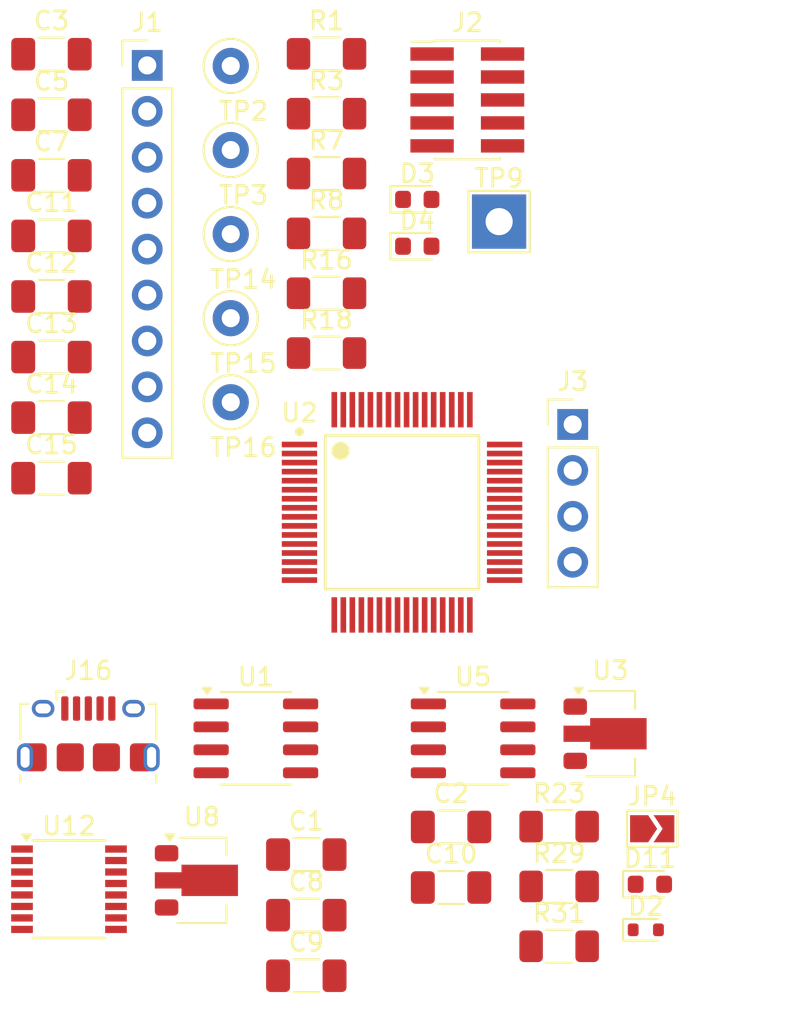
<source format=kicad_pcb>
(kicad_pcb (version 20241229) (generator "pcbnew") (generator_version "9.0")
  (layers (0 "F.Cu" signal) (2 "B.Cu" signal) (13 "F.Paste" user) (15 "B.Paste" user) (5 "F.SilkS" user "F.Silkscreen") (7 "B.SilkS" user "B.Silkscreen") (1 "F.Mask" user) (3 "B.Mask" user) (25 "Edge.Cuts" user))
  (net 0 "")
  (net 1 "Net-(J16-GND)")
  (net 2 "Net-(J16-VBUS)")
  (net 3 "Net-(JP4-A)")
  (net 4 "/GLV CAN TRX/-GLV")
  (net 5 "GND")
  (net 6 "RST_N")
  (net 7 "Net-(U2-VCORE)")
  (net 8 "VDD")
  (net 9 "Net-(U1-VCC1)")
  (net 10 "Net-(D2-K)")
  (net 11 "/GLV CAN TRX/CAN_VDD")
  (net 12 "Net-(D3-A)")
  (net 13 "Net-(D4-A)")
  (net 14 "Net-(D11-A)")
  (net 15 "PA19_SWDIO")
  (net 16 "PA20_SWCLK")
  (net 17 "onboard 3.3v src")
  (net 19 "PA11_UART0-RX_XDS")
  (net 20 "PA10_UART0-TX_XDS")
  (net 21 "/XDS_5v_supply")
  (net 22 "/XDS_TDO_SWO")
  (net 23 "/XDS_TDI")
  (net 24 "/XDS_VCC")
  (net 25 "/GLV CAN TRX/CAN_H")
  (net 26 "/GLV CAN TRX/CAN_L")
  (net 33 "Net-(J16-D+)")
  (net 37 "Net-(J16-D-)")
  (net 38 "/GLV CAN TRX/5v")
  (net 39 "PA14")
  (net 40 "Net-(U2-PA2_ROSC)")
  (net 41 "PA15_I2C1_SCL")
  (net 42 "PA16_I2C1_SDA")
  (net 43 "Net-(U10-STBY)")
  (net 44 "Net-(U10-TXD)")
  (net 45 "Net-(U2-PB12)")
  (net 46 "Net-(U1-INB)")
  (net 47 "Net-(U1-OUTA)")
  (net 58 "PA21_A1_7_VREF-")
  (net 65 "PA18")
  (net 66 "PA13_CAN_RX")
  (net 82 "PA9_UART0-CTS")
  (net 83 "PA12_CAN_TX")
  (net 85 "PA8_UART0-RTS")
  (net 99 "Net-(U10-RXD)")
  (footprint "Package_SO:SOIC-8_3.9x4.9mm_P1.27mm" (layer "F.Cu") (at 161.715 78.2)
    (property "Reference" "U1" (at 0 -3.4 0) (layer "F.SilkS"))
    (property "Value" "ISO7721D")
    (fp_line (start 0 -2.56) (end -1.95 -2.56) (stroke (width 0.12)) (layer "F.SilkS"))
    (fp_line (start 0 -2.56) (end 1.95 -2.56) (stroke (width 0.12)) (layer "F.SilkS"))
    (fp_line (start 0 2.56) (end -1.95 2.56) (stroke (width 0.12)) (layer "F.SilkS"))
    (fp_line (start 0 2.56) (end 1.95 2.56) (stroke (width 0.12)) (layer "F.SilkS"))
    (fp_poly (pts (xy -2.7 -2.465) (xy -2.94 -2.795) (xy -2.46 -2.795)) (stroke (width 0.12)) (fill yes) (layer "F.SilkS"))
    (pad "1" smd roundrect (at -2.475 -1.905) (size 1.95 0.6) (layers "F.Cu" "F.Mask" "F.Paste") (net 9 "Net-(U1-VCC1)"))
    (pad "2" smd roundrect (at -2.475 -0.635) (size 1.95 0.6) (layers "F.Cu" "F.Mask" "F.Paste") (net 47 "Net-(U1-OUTA)"))
    (pad "3" smd roundrect (at -2.475 0.635) (size 1.95 0.6) (layers "F.Cu" "F.Mask" "F.Paste") (net 46 "Net-(U1-INB)"))
    (pad "4" smd roundrect (at -2.475 1.905) (size 1.95 0.6) (layers "F.Cu" "F.Mask" "F.Paste") (net 1 "Net-(J16-GND)"))
    (pad "5" smd roundrect (at 2.475 1.905) (size 1.95 0.6) (layers "F.Cu" "F.Mask" "F.Paste") (net 5 "GND"))
    (pad "6" smd roundrect (at 2.475 0.635) (size 1.95 0.6) (layers "F.Cu" "F.Mask" "F.Paste") (net 19 "PA11_UART0-RX_XDS"))
    (pad "7" smd roundrect (at 2.475 -0.635) (size 1.95 0.6) (layers "F.Cu" "F.Mask" "F.Paste") (net 20 "PA10_UART0-TX_XDS"))
    (pad "8" smd roundrect (at 2.475 -1.905) (size 1.95 0.6) (layers "F.Cu" "F.Mask" "F.Paste") (net 8 "VDD"))
  )
  (footprint "Resistor_SMD:R_1206_3216Metric_Pad1.30x1.75mm_HandSolder" (layer "F.Cu") (at 178.495 89.7)
    (property "Reference" "R31" (at 0 -1.83 0) (layer "F.SilkS"))
    (property "Value" "750")
    (fp_line (start -0.727064 -0.91) (end 0.727064 -0.91) (stroke (width 0.12)) (layer "F.SilkS"))
    (fp_line (start -0.727064 0.91) (end 0.727064 0.91) (stroke (width 0.12)) (layer "F.SilkS"))
    (pad "1" smd roundrect (at -1.55 0) (size 1.3 1.75) (layers "F.Cu" "F.Mask" "F.Paste") (roundrect_rratio 0.192308) (net 3 "Net-(JP4-A)"))
    (pad "2" smd roundrect (at 1.55 0) (size 1.3 1.75) (layers "F.Cu" "F.Mask" "F.Paste") (roundrect_rratio 0.192308) (net 14 "Net-(D11-A)"))
  )
  (footprint "Resistor_SMD:R_1206_3216Metric_Pad1.30x1.75mm_HandSolder" (layer "F.Cu") (at 178.495 83.08)
    (property "Reference" "R23" (at 0 -1.83 0) (layer "F.SilkS"))
    (property "Value" "49.9k")
    (fp_line (start -0.727064 -0.91) (end 0.727064 -0.91) (stroke (width 0.12)) (layer "F.SilkS"))
    (fp_line (start -0.727064 0.91) (end 0.727064 0.91) (stroke (width 0.12)) (layer "F.SilkS"))
    (pad "1" smd roundrect (at -1.55 0) (size 1.3 1.75) (layers "F.Cu" "F.Mask" "F.Paste") (roundrect_rratio 0.192308) (net 4 "/GLV CAN TRX/-GLV"))
    (pad "2" smd roundrect (at 1.55 0) (size 1.3 1.75) (layers "F.Cu" "F.Mask" "F.Paste") (roundrect_rratio 0.192308) (net 43 "Net-(U10-STBY)"))
  )
  (footprint "Resistor_SMD:R_1206_3216Metric_Pad1.30x1.75mm_HandSolder" (layer "F.Cu") (at 165.625 56.89)
    (property "Reference" "R18" (at 0 -1.83 0) (layer "F.SilkS"))
    (property "Value" "4.99k")
    (fp_line (start -0.727064 -0.91) (end 0.727064 -0.91) (stroke (width 0.12)) (layer "F.SilkS"))
    (fp_line (start -0.727064 0.91) (end 0.727064 0.91) (stroke (width 0.12)) (layer "F.SilkS"))
    (pad "1" smd roundrect (at -1.55 0) (size 1.3 1.75) (layers "F.Cu" "F.Mask" "F.Paste") (roundrect_rratio 0.192308) (net 8 "VDD"))
    (pad "2" smd roundrect (at 1.55 0) (size 1.3 1.75) (layers "F.Cu" "F.Mask" "F.Paste") (roundrect_rratio 0.192308) (net 42 "PA16_I2C1_SDA"))
  )
  (footprint "Package_SO:SOIC-8_3.9x4.9mm_P1.27mm" (layer "F.Cu") (at 173.735 78.2)
    (property "Reference" "U5" (at 0 -3.4 0) (layer "F.SilkS"))
    (property "Value" "ISO7721D")
    (fp_line (start 0 -2.56) (end -1.95 -2.56) (stroke (width 0.12)) (layer "F.SilkS"))
    (fp_line (start 0 -2.56) (end 1.95 -2.56) (stroke (width 0.12)) (layer "F.SilkS"))
    (fp_line (start 0 2.56) (end -1.95 2.56) (stroke (width 0.12)) (layer "F.SilkS"))
    (fp_line (start 0 2.56) (end 1.95 2.56) (stroke (width 0.12)) (layer "F.SilkS"))
    (fp_poly (pts (xy -2.7 -2.465) (xy -2.94 -2.795) (xy -2.46 -2.795)) (stroke (width 0.12)) (fill yes) (layer "F.SilkS"))
    (pad "1" smd roundrect (at -2.475 -1.905) (size 1.95 0.6) (layers "F.Cu" "F.Mask" "F.Paste") (net 38 "/GLV CAN TRX/5v"))
    (pad "2" smd roundrect (at -2.475 -0.635) (size 1.95 0.6) (layers "F.Cu" "F.Mask" "F.Paste") (net 44 "Net-(U10-TXD)"))
    (pad "3" smd roundrect (at -2.475 0.635) (size 1.95 0.6) (layers "F.Cu" "F.Mask" "F.Paste") (net 99 "Net-(U10-RXD)"))
    (pad "4" smd roundrect (at -2.475 1.905) (size 1.95 0.6) (layers "F.Cu" "F.Mask" "F.Paste") (net 4 "/GLV CAN TRX/-GLV"))
    (pad "5" smd roundrect (at 2.475 1.905) (size 1.95 0.6) (layers "F.Cu" "F.Mask" "F.Paste") (net 5 "GND"))
    (pad "6" smd roundrect (at 2.475 0.635) (size 1.95 0.6) (layers "F.Cu" "F.Mask" "F.Paste") (net 66 "PA13_CAN_RX"))
    (pad "7" smd roundrect (at 2.475 -0.635) (size 1.95 0.6) (layers "F.Cu" "F.Mask" "F.Paste") (net 83 "PA12_CAN_TX"))
    (pad "8" smd roundrect (at 2.475 -1.905) (size 1.95 0.6) (layers "F.Cu" "F.Mask" "F.Paste") (net 8 "VDD"))
  )
  (footprint "Capacitor_SMD:C_1206_3216Metric_Pad1.33x1.80mm_HandSolder" (layer "F.Cu") (at 164.505 84.63)
    (property "Reference" "C1" (at 0 -1.85 0) (layer "F.SilkS"))
    (property "Value" "10u")
    (fp_line (start -0.711252 -0.91) (end 0.711252 -0.91) (stroke (width 0.12)) (layer "F.SilkS"))
    (fp_line (start -0.711252 0.91) (end 0.711252 0.91) (stroke (width 0.12)) (layer "F.SilkS"))
    (pad "1" smd roundrect (at -1.5625 0) (size 1.325 1.8) (layers "F.Cu" "F.Mask" "F.Paste") (roundrect_rratio 0.188679) (net 2 "Net-(J16-VBUS)"))
    (pad "2" smd roundrect (at 1.5625 0) (size 1.325 1.8) (layers "F.Cu" "F.Mask" "F.Paste") (roundrect_rratio 0.188679) (net 1 "Net-(J16-GND)"))
  )
  (footprint "LED_SMD:LED_0603_1608Metric" (layer "F.Cu") (at 170.645 48.39)
    (property "Reference" "D3" (at 0 -1.43 0) (layer "F.SilkS"))
    (property "Value" "LED")
    (fp_line (start -1.485 -0.735) (end -1.485 0.735) (stroke (width 0.12)) (layer "F.SilkS"))
    (fp_line (start -1.485 0.735) (end 0.8 0.735) (stroke (width 0.12)) (layer "F.SilkS"))
    (fp_line (start 0.8 -0.735) (end -1.485 -0.735) (stroke (width 0.12)) (layer "F.SilkS"))
    (pad "1" smd roundrect (at -0.7875 0) (size 0.875 0.95) (layers "F.Cu" "F.Mask" "F.Paste") (net 5 "GND"))
    (pad "2" smd roundrect (at 0.7875 0) (size 0.875 0.95) (layers "F.Cu" "F.Mask" "F.Paste") (net 12 "Net-(D3-A)"))
  )
  (footprint "Capacitor_SMD:C_1206_3216Metric_Pad1.33x1.80mm_HandSolder" (layer "F.Cu") (at 172.515 86.45)
    (property "Reference" "C10" (at 0 -1.85 0) (layer "F.SilkS"))
    (property "Value" "10u")
    (fp_line (start -0.711252 -0.91) (end 0.711252 -0.91) (stroke (width 0.12)) (layer "F.SilkS"))
    (fp_line (start -0.711252 0.91) (end 0.711252 0.91) (stroke (width 0.12)) (layer "F.SilkS"))
    (pad "1" smd roundrect (at -1.5625 0) (size 1.325 1.8) (layers "F.Cu" "F.Mask" "F.Paste") (roundrect_rratio 0.188679) (net 10 "Net-(D2-K)"))
    (pad "2" smd roundrect (at 1.5625 0) (size 1.325 1.8) (layers "F.Cu" "F.Mask" "F.Paste") (roundrect_rratio 0.188679) (net 4 "/GLV CAN TRX/-GLV"))
  )
  (footprint "Resistor_SMD:R_1206_3216Metric_Pad1.30x1.75mm_HandSolder" (layer "F.Cu") (at 165.625 46.96)
    (property "Reference" "R7" (at 0 -1.83 0) (layer "F.SilkS"))
    (property "Value" "49.9k")
    (fp_line (start -0.727064 -0.91) (end 0.727064 -0.91) (stroke (width 0.12)) (layer "F.SilkS"))
    (fp_line (start -0.727064 0.91) (end 0.727064 0.91) (stroke (width 0.12)) (layer "F.SilkS"))
    (pad "1" smd roundrect (at -1.55 0) (size 1.3 1.75) (layers "F.Cu" "F.Mask" "F.Paste") (roundrect_rratio 0.192308) (net 8 "VDD"))
    (pad "2" smd roundrect (at 1.55 0) (size 1.3 1.75) (layers "F.Cu" "F.Mask" "F.Paste") (roundrect_rratio 0.192308) (net 6 "RST_N"))
  )
  (footprint "Capacitor_SMD:C_1206_3216Metric_Pad1.33x1.80mm_HandSolder" (layer "F.Cu") (at 172.515 83.1)
    (property "Reference" "C2" (at 0 -1.85 0) (layer "F.SilkS"))
    (property "Value" "10u")
    (fp_line (start -0.711252 -0.91) (end 0.711252 -0.91) (stroke (width 0.12)) (layer "F.SilkS"))
    (fp_line (start -0.711252 0.91) (end 0.711252 0.91) (stroke (width 0.12)) (layer "F.SilkS"))
    (pad "1" smd roundrect (at -1.5625 0) (size 1.325 1.8) (layers "F.Cu" "F.Mask" "F.Paste") (roundrect_rratio 0.188679) (net 3 "Net-(JP4-A)"))
    (pad "2" smd roundrect (at 1.5625 0) (size 1.325 1.8) (layers "F.Cu" "F.Mask" "F.Paste") (roundrect_rratio 0.188679) (net 4 "/GLV CAN TRX/-GLV"))
  )
  (footprint "TestPoint:TestPoint_Loop_D2.50mm_Drill1.0mm_LowProfile" (layer "F.Cu") (at 160.325 50.31)
    (property "Reference" "TP14" (at 0.7 2.5 0) (layer "F.SilkS"))
    (property "Value" "TestPoint")
    (fp_circle (center 0 0) (end 1.5 0) (stroke (width 0.12)) (fill no) (layer "F.SilkS"))
    (pad "1" thru_hole circle (at 0 0) (size 2 2) (drill 1) (layers "*.Cu" "*.Mask") (net 5 "GND"))
  )
  (footprint "LED_SMD:LED_0603_1608Metric" (layer "F.Cu") (at 170.645 50.98)
    (property "Reference" "D4" (at 0 -1.43 0) (layer "F.SilkS"))
    (property "Value" "LED")
    (fp_line (start -1.485 -0.735) (end -1.485 0.735) (stroke (width 0.12)) (layer "F.SilkS"))
    (fp_line (start -1.485 0.735) (end 0.8 0.735) (stroke (width 0.12)) (layer "F.SilkS"))
    (fp_line (start 0.8 -0.735) (end -1.485 -0.735) (stroke (width 0.12)) (layer "F.SilkS"))
    (pad "1" smd roundrect (at -0.7875 0) (size 0.875 0.95) (layers "F.Cu" "F.Mask" "F.Paste") (net 5 "GND"))
    (pad "2" smd roundrect (at 0.7875 0) (size 0.875 0.95) (layers "F.Cu" "F.Mask" "F.Paste") (net 13 "Net-(D4-A)"))
  )
  (footprint "Capacitor_SMD:C_1206_3216Metric_Pad1.33x1.80mm_HandSolder" (layer "F.Cu") (at 150.405 60.46)
    (property "Reference" "C14" (at 0 -1.85 0) (layer "F.SilkS"))
    (property "Value" "10u")
    (fp_line (start -0.711252 -0.91) (end 0.711252 -0.91) (stroke (width 0.12)) (layer "F.SilkS"))
    (fp_line (start -0.711252 0.91) (end 0.711252 0.91) (stroke (width 0.12)) (layer "F.SilkS"))
    (pad "1" smd roundrect (at -1.5625 0) (size 1.325 1.8) (layers "F.Cu" "F.Mask" "F.Paste") (roundrect_rratio 0.188679) (net 8 "VDD"))
    (pad "2" smd roundrect (at 1.5625 0) (size 1.325 1.8) (layers "F.Cu" "F.Mask" "F.Paste") (roundrect_rratio 0.188679) (net 5 "GND"))
  )
  (footprint "Capacitor_SMD:C_1206_3216Metric_Pad1.33x1.80mm_HandSolder" (layer "F.Cu") (at 150.405 57.11)
    (property "Reference" "C13" (at 0 -1.85 0) (layer "F.SilkS"))
    (property "Value" "220n")
    (fp_line (start -0.711252 -0.91) (end 0.711252 -0.91) (stroke (width 0.12)) (layer "F.SilkS"))
    (fp_line (start -0.711252 0.91) (end 0.711252 0.91) (stroke (width 0.12)) (layer "F.SilkS"))
    (pad "1" smd roundrect (at -1.5625 0) (size 1.325 1.8) (layers "F.Cu" "F.Mask" "F.Paste") (roundrect_rratio 0.188679) (net 8 "VDD"))
    (pad "2" smd roundrect (at 1.5625 0) (size 1.325 1.8) (layers "F.Cu" "F.Mask" "F.Paste") (roundrect_rratio 0.188679) (net 5 "GND"))
  )
  (footprint "Capacitor_SMD:C_1206_3216Metric_Pad1.33x1.80mm_HandSolder" (layer "F.Cu") (at 150.405 40.36)
    (property "Reference" "C3" (at 0 -1.85 0) (layer "F.SilkS"))
    (property "Value" "100n")
    (fp_line (start -0.711252 -0.91) (end 0.711252 -0.91) (stroke (width 0.12)) (layer "F.SilkS"))
    (fp_line (start -0.711252 0.91) (end 0.711252 0.91) (stroke (width 0.12)) (layer "F.SilkS"))
    (pad "1" smd roundrect (at -1.5625 0) (size 1.325 1.8) (layers "F.Cu" "F.Mask" "F.Paste") (roundrect_rratio 0.188679) (net 6 "RST_N"))
    (pad "2" smd roundrect (at 1.5625 0) (size 1.325 1.8) (layers "F.Cu" "F.Mask" "F.Paste") (roundrect_rratio 0.188679) (net 5 "GND"))
  )
  (footprint "zzLocalLibraries-Footprints:MSPM0G3507-64-IPC_A" (layer "F.Cu") (at 169.803101 65.698101)
    (property "Reference" "U2" (at -5.675483 -5.5 0) (layer "F.SilkS"))
    (property "Value" "MCU-MSM0G3507SPM")
    (fp_line (start -4.249999 -4.249999) (end 4.249999 -4.249999) (stroke (width 0.15)) (layer "F.SilkS"))
    (fp_line (start -4.249999 4.249999) (end -4.249999 -4.249999) (stroke (width 0.15)) (layer "F.SilkS"))
    (fp_line (start -4.249999 4.249999) (end 4.249999 4.249999) (stroke (width 0.15)) (layer "F.SilkS"))
    (fp_line (start 4.249999 4.249999) (end 4.249999 -4.249999) (stroke (width 0.15)) (layer "F.SilkS"))
    (fp_circle (center -5.675483 -4.460001) (end -5.550482 -4.460001) (stroke (width 0.25)) (fill no) (layer "F.SilkS"))
    (fp_circle (center -3.400001 -3.400001) (end -3.150001 -3.400001) (stroke (width 0.5)) (fill no) (layer "F.SilkS"))
    (pad "1" smd rect (at -5.675483 -3.75 90) (size 0.312473 1.955236) (layers "F.Cu" "F.Mask" "F.Paste"))
    (pad "2" smd rect (at -5.675483 -3.250001 90) (size 0.312473 1.955236) (layers "F.Cu" "F.Mask" "F.Paste"))
    (pad "3" smd rect (at -5.675483 -2.75 90) (size 0.312473 1.955236) (layers "F.Cu" "F.Mask" "F.Paste"))
    (pad "4" smd rect (at -5.675483 -2.250001 90) (size 0.312473 1.955236) (layers "F.Cu" "F.Mask" "F.Paste"))
    (pad "5" smd rect (at -5.675483 -1.749999 90) (size 0.312473 1.955236) (layers "F.Cu" "F.Mask" "F.Paste") (net 83 "PA12_CAN_TX"))
    (pad "6" smd rect (at -5.675483 -1.25 90) (size 0.312473 1.955236) (layers "F.Cu" "F.Mask" "F.Paste") (net 66 "PA13_CAN_RX"))
    (pad "7" smd rect (at -5.675483 -0.750001 90) (size 0.312473 1.955236) (layers "F.Cu" "F.Mask" "F.Paste") (net 39 "PA14"))
    (pad "8" smd rect (at -5.675483 -0.25 90) (size 0.312473 1.955236) (layers "F.Cu" "F.Mask" "F.Paste") (net 41 "PA15_I2C1_SCL"))
    (pad "9" smd rect (at -5.675483 0.25 90) (size 0.312473 1.955236) (layers "F.Cu" "F.Mask" "F.Paste") (net 42 "PA16_I2C1_SDA"))
    (pad "10" smd rect (at -5.675483 0.750001 90) (size 0.312473 1.955236) (layers "F.Cu" "F.Mask" "F.Paste"))
    (pad "11" smd rect (at -5.675483 1.25 90) (size 0.312473 1.955236) (layers "F.Cu" "F.Mask" "F.Paste") (net 65 "PA18"))
    (pad "12" smd rect (at -5.675483 1.749999 90) (size 0.312473 1.955236) (layers "F.Cu" "F.Mask" "F.Paste") (net 15 "PA19_SWDIO"))
    (pad "13" smd rect (at -5.675483 2.250001 90) (size 0.312473 1.955236) (layers "F.Cu" "F.Mask" "F.Paste") (net 16 "PA20_SWCLK"))
    (pad "14" smd rect (at -5.675483 2.75 90) (size 0.312473 1.955236) (layers "F.Cu" "F.Mask" "F.Paste"))
    (pad "15" smd rect (at -5.675483 3.250001 90) (size 0.312473 1.955236) (layers "F.Cu" "F.Mask" "F.Paste"))
    (pad "16" smd rect (at -5.675483 3.75 90) (size 0.312473 1.955236) (layers "F.Cu" "F.Mask" "F.Paste"))
    (pad "17" smd rect (at -3.75 5.675483) (size 0.312473 1.955236) (layers "F.Cu" "F.Mask" "F.Paste") (net 58 "PA21_A1_7_VREF-"))
    (pad "18" smd rect (at -3.250001 5.675483) (size 0.312473 1.955236) (layers "F.Cu" "F.Mask" "F.Paste"))
    (pad "19" smd rect (at -2.75 5.675483) (size 0.312473 1.955236) (layers "F.Cu" "F.Mask" "F.Paste"))
    (pad "20" smd rect (at -2.250001 5.675483) (size 0.312473 1.955236) (layers "F.Cu" "F.Mask" "F.Paste"))
    (pad "21" smd rect (at -1.749999 5.675483) (size 0.312473 1.955236) (layers "F.Cu" "F.Mask" "F.Paste"))
    (pad "22" smd rect (at -1.25 5.675483) (size 0.312473 1.955236) (layers "F.Cu" "F.Mask" "F.Paste"))
    (pad "23" smd rect (at -0.750001 5.675483) (size 0.312473 1.955236) (layers "F.Cu" "F.Mask" "F.Paste"))
    (pad "24" smd rect (at -0.25 5.675483) (size 0.312473 1.955236) (layers "F.Cu" "F.Mask" "F.Paste"))
    (pad "25" smd rect (at 0.25 5.675483) (size 0.312473 1.955236) (layers "F.Cu" "F.Mask" "F.Paste"))
    (pad "26" smd rect (at 0.750001 5.675483) (size 0.312473 1.955236) (layers "F.Cu" "F.Mask" "F.Paste"))
    (pad "27" smd rect (at 1.25 5.675483) (size 0.312473 1.955236) (layers "F.Cu" "F.Mask" "F.Paste"))
    (pad "28" smd rect (at 1.749999 5.675483) (size 0.312473 1.955236) (layers "F.Cu" "F.Mask" "F.Paste"))
    (pad "29" smd rect (at 2.250001 5.675483) (size 0.312473 1.955236) (layers "F.Cu" "F.Mask" "F.Paste"))
    (pad "30" smd rect (at 2.75 5.675483) (size 0.312473 1.955236) (layers "F.Cu" "F.Mask" "F.Paste"))
    (pad "31" smd rect (at 3.250001 5.675483) (size 0.312473 1.955236) (layers "F.Cu" "F.Mask" "F.Paste"))
    (pad "32" smd rect (at 3.75 5.675483) (size 0.312473 1.955236) (layers "F.Cu" "F.Mask" "F.Paste") (net 7 "Net-(U2-VCORE)"))
    (pad "33" smd rect (at 5.675483 3.75 90) (size 0.312473 1.955236) (layers "F.Cu" "F.Mask" "F.Paste"))
    (pad "34" smd rect (at 5.675483 3.250001 90) (size 0.312473 1.955236) (layers "F.Cu" "F.Mask" "F.Paste"))
    (pad "35" smd rect (at 5.675483 2.75 90) (size 0.312473 1.955236) (layers "F.Cu" "F.Mask" "F.Paste"))
    (pad "36" smd rect (at 5.675483 2.250001 90) (size 0.312473 1.955236) (layers "F.Cu" "F.Mask" "F.Paste"))
    (pad "37" smd rect (at 5.675483 1.749999 90) (size 0.312473 1.955236) (layers "F.Cu" "F.Mask" "F.Paste"))
    (pad "38" smd rect (at 5.675483 1.25 90) (size 0.312473 1.955236) (layers "F.Cu" "F.Mask" "F.Paste") (net 6 "RST_N"))
    (pad "39" smd rect (at 5.675483 0.750001 90) (size 0.312473 1.955236) (layers "F.Cu" "F.Mask" "F.Paste"))
    (pad "40" smd rect (at 5.675483 0.25 90) (size 0.312473 1.955236) (layers "F.Cu" "F.Mask" "F.Paste") (net 8 "VDD"))
    (pad "41" smd rect (at 5.675483 -0.25 90) (size 0.312473 1.955236) (layers "F.Cu" "F.Mask" "F.Paste") (net 5 "GND"))
    (pad "42" smd rect (at 5.675483 -0.750001 90) (size 0.312473 1.955236) (layers "F.Cu" "F.Mask" "F.Paste") (net 40 "Net-(U2-PA2_ROSC)"))
    (pad "43" smd rect (at 5.675483 -1.25 90) (size 0.312473 1.955236) (layers "F.Cu" "F.Mask" "F.Paste"))
    (pad "44" smd rect (at 5.675483 -1.749999 90) (size 0.312473 1.955236) (layers "F.Cu" "F.Mask" "F.Paste"))
    (pad "45" smd rect (at 5.675483 -2.250001 90) (size 0.312473 1.955236) (layers "F.Cu" "F.Mask" "F.Paste"))
    (pad "46" smd rect (at 5.675483 -2.75 90) (size 0.312473 1.955236) (layers "F.Cu" "F.Mask" "F.Paste"))
    (pad "47" smd rect (at 5.675483 -3.250001 90) (size 0.312473 1.955236) (layers "F.Cu" "F.Mask" "F.Paste"))
    (pad "48" smd rect (at 5.675483 -3.75 90) (size 0.312473 1.955236) (layers "F.Cu" "F.Mask" "F.Paste"))
    (pad "49" smd rect (at 3.75 -5.675483) (size 0.312473 1.955236) (layers "F.Cu" "F.Mask" "F.Paste"))
    (pad "50" smd rect (at 3.250001 -5.675483) (size 0.312473 1.955236) (layers "F.Cu" "F.Mask" "F.Paste"))
    (pad "51" smd rect (at 2.75 -5.675483) (size 0.312473 1.955236) (layers "F.Cu" "F.Mask" "F.Paste"))
    (pad "52" smd rect (at 2.250001 -5.675483) (size 0.312473 1.955236) (layers "F.Cu" "F.Mask" "F.Paste"))
    (pad "53" smd rect (at 1.749999 -5.675483) (size 0.312473 1.955236) (layers "F.Cu" "F.Mask" "F.Paste"))
    (pad "54" smd rect (at 1.25 -5.675483) (size 0.312473 1.955236) (layers "F.Cu" "F.Mask" "F.Paste") (net 85 "PA8_UART0-RTS"))
    (pad "55" smd rect (at 0.750001 -5.675483) (size 0.312473 1.955236) (layers "F.Cu" "F.Mask" "F.Paste") (net 82 "PA9_UART0-CTS"))
    (pad "56" smd rect (at 0.25 -5.675483) (size 0.312473 1.955236) (layers "F.Cu" "F.Mask" "F.Paste") (net 20 "PA10_UART0-TX_XDS"))
    (pad "57" smd rect (at -0.25 -5.675483) (size 0.312473 1.955236) (layers "F.Cu" "F.Mask" "F.Paste") (net 19 "PA11_UART0-RX_XDS"))
    (pad "58" smd rect (at -0.750001 -5.675483) (size 0.312473 1.955236) (layers "F.Cu" "F.Mask" "F.Paste"))
    (pad "59" smd rect (at -1.25 -5.675483) (size 0.312473 1.955236) (layers "F.Cu" "F.Mask" "F.Paste"))
    (pad "60" smd rect (at -1.749999 -5.675483) (size 0.312473 1.955236) (layers "F.Cu" "F.Mask" "F.Paste"))
    (pad "61" smd rect (at -2.250001 -5.675483) (size 0.312473 1.955236) (layers "F.Cu" "F.Mask" "F.Paste"))
    (pad "62" smd rect (at -2.75 -5.675483) (size 0.312473 1.955236) (layers "F.Cu" "F.Mask" "F.Paste"))
    (pad "63" smd rect (at -3.250001 -5.675483) (size 0.312473 1.955236) (layers "F.Cu" "F.Mask" "F.Paste"))
    (pad "64" smd rect (at -3.75 -5.675483) (size 0.312473 1.955236) (layers "F.Cu" "F.Mask" "F.Paste") (net 45 "Net-(U2-PB12)"))
  )
  (footprint "LED_SMD:LED_0603_1608Metric" (layer "F.Cu") (at 183.515 86.27)
    (property "Reference" "D11" (at 0 -1.43 0) (layer "F.SilkS"))
    (property "Value" "LED")
    (fp_line (start -1.485 -0.735) (end -1.485 0.735) (stroke (width 0.12)) (layer "F.SilkS"))
    (fp_line (start -1.485 0.735) (end 0.8 0.735) (stroke (width 0.12)) (layer "F.SilkS"))
    (fp_line (start 0.8 -0.735) (end -1.485 -0.735) (stroke (width 0.12)) (layer "F.SilkS"))
    (pad "1" smd roundrect (at -0.7875 0) (size 0.875 0.95) (layers "F.Cu" "F.Mask" "F.Paste") (net 4 "/GLV CAN TRX/-GLV"))
    (pad "2" smd roundrect (at 0.7875 0) (size 0.875 0.95) (layers "F.Cu" "F.Mask" "F.Paste") (net 14 "Net-(D11-A)"))
  )
  (footprint "Resistor_SMD:R_1206_3216Metric_Pad1.30x1.75mm_HandSolder" (layer "F.Cu") (at 165.625 50.27)
    (property "Reference" "R8" (at 0 -1.83 0) (layer "F.SilkS"))
    (property "Value" "100k")
    (fp_line (start -0.727064 -0.91) (end 0.727064 -0.91) (stroke (width 0.12)) (layer "F.SilkS"))
    (fp_line (start -0.727064 0.91) (end 0.727064 0.91) (stroke (width 0.12)) (layer "F.SilkS"))
    (pad "1" smd roundrect (at -1.55 0) (size 1.3 1.75) (layers "F.Cu" "F.Mask" "F.Paste") (roundrect_rratio 0.192308) (net 5 "GND"))
    (pad "2" smd roundrect (at 1.55 0) (size 1.3 1.75) (layers "F.Cu" "F.Mask" "F.Paste") (roundrect_rratio 0.192308) (net 40 "Net-(U2-PA2_ROSC)"))
  )
  (footprint "Capacitor_SMD:C_1206_3216Metric_Pad1.33x1.80mm_HandSolder" (layer "F.Cu") (at 150.405 63.81)
    (property "Reference" "C15" (at 0 -1.85 0) (layer "F.SilkS"))
    (property "Value" "100n")
    (fp_line (start -0.711252 -0.91) (end 0.711252 -0.91) (stroke (width 0.12)) (layer "F.SilkS"))
    (fp_line (start -0.711252 0.91) (end 0.711252 0.91) (stroke (width 0.12)) (layer "F.SilkS"))
    (pad "1" smd roundrect (at -1.5625 0) (size 1.325 1.8) (layers "F.Cu" "F.Mask" "F.Paste") (roundrect_rratio 0.188679) (net 8 "VDD"))
    (pad "2" smd roundrect (at 1.5625 0) (size 1.325 1.8) (layers "F.Cu" "F.Mask" "F.Paste") (roundrect_rratio 0.188679) (net 5 "GND"))
  )
  (footprint "TestPoint:TestPoint_Loop_D2.50mm_Drill1.0mm_LowProfile" (layer "F.Cu") (at 160.325 59.61)
    (property "Reference" "TP16" (at 0.7 2.5 0) (layer "F.SilkS"))
    (property "Value" "TestPoint")
    (fp_circle (center 0 0) (end 1.5 0) (stroke (width 0.12)) (fill no) (layer "F.SilkS"))
    (pad "1" thru_hole circle (at 0 0) (size 2 2) (drill 1) (layers "*.Cu" "*.Mask") (net 5 "GND"))
  )
  (footprint "TestPoint:TestPoint_THTPad_3.0x3.0mm_Drill1.5mm" (layer "F.Cu") (at 175.175 49.62)
    (property "Reference" "TP9" (at 0 -2.398 0) (layer "F.SilkS"))
    (property "Value" "TestPoint")
    (fp_line (start -1.7 -1.7) (end 1.7 -1.7) (stroke (width 0.12)) (layer "F.SilkS"))
    (fp_line (start -1.7 1.7) (end -1.7 -1.7) (stroke (width 0.12)) (layer "F.SilkS"))
    (fp_line (start 1.7 -1.7) (end 1.7 1.7) (stroke (width 0.12)) (layer "F.SilkS"))
    (fp_line (start 1.7 1.7) (end -1.7 1.7) (stroke (width 0.12)) (layer "F.SilkS"))
    (pad "1" thru_hole rect (at 0 0) (size 3 3) (drill 1.5) (layers "*.Cu" "*.Mask") (net 5 "GND"))
  )
  (footprint "Connector_PinHeader_2.54mm:PinHeader_1x04_P2.54mm_Vertical" (layer "F.Cu") (at 179.245 60.84)
    (property "Reference" "J3" (at 0 -2.38 0) (layer "F.SilkS"))
    (property "Value" "Conn_01x04_Pin")
    (fp_line (start -1.38 -1.38) (end 0 -1.38) (stroke (width 0.12)) (layer "F.SilkS"))
    (fp_line (start -1.38 0) (end -1.38 -1.38) (stroke (width 0.12)) (layer "F.SilkS"))
    (fp_line (start -1.38 1.27) (end -1.38 9) (stroke (width 0.12)) (layer "F.SilkS"))
    (fp_line (start -1.38 1.27) (end 1.38 1.27) (stroke (width 0.12)) (layer "F.SilkS"))
    (fp_line (start -1.38 9) (end 1.38 9) (stroke (width 0.12)) (layer "F.SilkS"))
    (fp_line (start 1.38 1.27) (end 1.38 9) (stroke (width 0.12)) (layer "F.SilkS"))
    (pad "1" thru_hole rect (at 0 0) (size 1.7 1.7) (drill 1) (layers "*.Cu" "*.Mask") (net 26 "/GLV CAN TRX/CAN_L"))
    (pad "2" thru_hole circle (at 0 2.54) (size 1.7 1.7) (drill 1) (layers "*.Cu" "*.Mask") (net 25 "/GLV CAN TRX/CAN_H"))
    (pad "3" thru_hole circle (at 0 5.08) (size 1.7 1.7) (drill 1) (layers "*.Cu" "*.Mask") (net 4 "/GLV CAN TRX/-GLV"))
    (pad "4" thru_hole circle (at 0 7.62) (size 1.7 1.7) (drill 1) (layers "*.Cu" "*.Mask") (net 11 "/GLV CAN TRX/CAN_VDD"))
  )
  (footprint "Connector_PinHeader_2.54mm:PinHeader_1x09_P2.54mm_Vertical" (layer "F.Cu") (at 155.705 40.98)
    (property "Reference" "J1" (at 0 -2.38 0) (layer "F.SilkS"))
    (property "Value" "Conn_01x09_Socket")
    (fp_line (start -1.38 -1.38) (end 0 -1.38) (stroke (width 0.12)) (layer "F.SilkS"))
    (fp_line (start -1.38 0) (end -1.38 -1.38) (stroke (width 0.12)) (layer "F.SilkS"))
    (fp_line (start -1.38 1.27) (end -1.38 21.7) (stroke (width 0.12)) (layer "F.SilkS"))
    (fp_line (start -1.38 1.27) (end 1.38 1.27) (stroke (width 0.12)) (layer "F.SilkS"))
    (fp_line (start -1.38 21.7) (end 1.38 21.7) (stroke (width 0.12)) (layer "F.SilkS"))
    (fp_line (start 1.38 1.27) (end 1.38 21.7) (stroke (width 0.12)) (layer "F.SilkS"))
    (pad "1" thru_hole rect (at 0 0) (size 1.7 1.7) (drill 1) (layers "*.Cu" "*.Mask") (net 5 "GND"))
    (pad "2" thru_hole circle (at 0 2.54) (size 1.7 1.7) (drill 1) (layers "*.Cu" "*.Mask") (net 21 "/XDS_5v_supply"))
    (pad "3" thru_hole circle (at 0 5.08) (size 1.7 1.7) (drill 1) (layers "*.Cu" "*.Mask") (net 17 "onboard 3.3v src"))
    (pad "4" thru_hole circle (at 0 7.62) (size 1.7 1.7) (drill 1) (layers "*.Cu" "*.Mask") (net 19 "PA11_UART0-RX_XDS"))
    (pad "5" thru_hole circle (at 0 10.16) (size 1.7 1.7) (drill 1) (layers "*.Cu" "*.Mask") (net 20 "PA10_UART0-TX_XDS"))
    (pad "6" thru_hole circle (at 0 12.7) (size 1.7 1.7) (drill 1) (layers "*.Cu" "*.Mask") (net 6 "RST_N"))
    (pad "7" thru_hole circle (at 0 15.24) (size 1.7 1.7) (drill 1) (layers "*.Cu" "*.Mask") (net 15 "PA19_SWDIO"))
    (pad "8" thru_hole circle (at 0 17.78) (size 1.7 1.7) (drill 1) (layers "*.Cu" "*.Mask") (net 16 "PA20_SWCLK"))
    (pad "9" thru_hole circle (at 0 20.32) (size 1.7 1.7) (drill 1) (layers "*.Cu" "*.Mask"))
  )
  (footprint "Connector_USB:USB_Micro-B_Amphenol_10118194-0001LF_Horizontal" (layer "F.Cu") (at 152.445 77.95)
    (property "Reference" "J16" (at 0 -3.5 0) (layer "F.SilkS"))
    (property "Value" "USB_B_Micro")
    (fp_line (start -3.76 -1.66) (end -3.34 -1.66) (stroke (width 0.12)) (layer "F.SilkS"))
    (fp_line (start -3.76 0.32) (end -3.76 -1.66) (stroke (width 0.12)) (layer "F.SilkS"))
    (fp_line (start -3.76 2.69) (end -3.76 2.29) (stroke (width 0.12)) (layer "F.SilkS"))
    (fp_line (start -1.76 -1.89) (end -1.76 -2.34) (stroke (width 0.12)) (layer "F.SilkS"))
    (fp_line (start -1.31 -2.34) (end -1.76 -2.34) (stroke (width 0.12)) (layer "F.SilkS"))
    (fp_line (start 3.76 -1.66) (end 3.34 -1.66) (stroke (width 0.12)) (layer "F.SilkS"))
    (fp_line (start 3.76 0.32) (end 3.76 -1.66) (stroke (width 0.12)) (layer "F.SilkS"))
    (fp_line (start 3.76 2.29) (end 3.76 2.69) (stroke (width 0.12)) (layer "F.SilkS"))
    (pad "1" smd roundrect (at -1.3 -1.4) (size 0.4 1.35) (layers "F.Cu" "F.Mask" "F.Paste") (net 2 "Net-(J16-VBUS)"))
    (pad "2" smd roundrect (at -0.65 -1.4) (size 0.4 1.35) (layers "F.Cu" "F.Mask" "F.Paste") (net 37 "Net-(J16-D-)"))
    (pad "3" smd roundrect (at 0 -1.4) (size 0.4 1.35) (layers "F.Cu" "F.Mask" "F.Paste") (net 33 "Net-(J16-D+)"))
    (pad "4" smd roundrect (at 0.65 -1.4) (size 0.4 1.35) (layers "F.Cu" "F.Mask" "F.Paste"))
    (pad "5" smd roundrect (at 1.3 -1.4) (size 0.4 1.35) (layers "F.Cu" "F.Mask" "F.Paste") (net 1 "Net-(J16-GND)"))
    (pad "6" thru_hole oval (at -3.5 1.3) (size 0.89 1.55) (drill oval 0.5 1.15) (property pad_prop_heatsink) (layers "*.Cu" "*.Mask"))
    (pad "6" smd roundrect (at -3.025 1.3) (size 1.45 1.55) (layers "F.Cu" "F.Mask" "F.Paste") (roundrect_rratio 0.1724137931))
    (pad "6" thru_hole oval (at -2.5 -1.4) (size 1.25 0.95) (drill oval 0.85 0.55) (property pad_prop_heatsink) (layers "*.Cu" "*.Mask"))
    (pad "6" smd roundrect (at -1 1.3) (size 1.5 1.55) (layers "F.Cu" "F.Mask" "F.Paste") (roundrect_rratio 0.1666666667))
    (pad "6" smd roundrect (at 1 1.3) (size 1.5 1.55) (layers "F.Cu" "F.Mask" "F.Paste") (roundrect_rratio 0.1666666667))
    (pad "6" thru_hole oval (at 2.5 -1.4) (size 1.25 0.95) (drill oval 0.85 0.55) (property pad_prop_heatsink) (layers "*.Cu" "*.Mask"))
    (pad "6" smd roundrect (at 3.025 1.3) (size 1.45 1.55) (layers "F.Cu" "F.Mask" "F.Paste") (roundrect_rratio 0.1724137931))
    (pad "6" thru_hole oval (at 3.5 1.3) (size 0.89 1.55) (drill oval 0.5 1.15) (property pad_prop_heatsink) (layers "*.Cu" "*.Mask"))
  )
  (footprint "Package_TO_SOT_SMD:SOT-89-3" (layer "F.Cu") (at 181.335 77.945)
    (property "Reference" "U3" (at 0 -3.5 0) (layer "F.SilkS"))
    (property "Value" "L78L05_SOT89")
    (fp_line (start -1.22 -2.36) (end 1.36 -2.36) (stroke (width 0.12)) (layer "F.SilkS"))
    (fp_line (start 1.36 -1.38) (end 1.36 -2.36) (stroke (width 0.12)) (layer "F.SilkS"))
    (fp_line (start 1.36 1.38) (end 1.36 2.36) (stroke (width 0.12)) (layer "F.SilkS"))
    (fp_line (start 1.36 2.36) (end -1.36 2.36) (stroke (width 0.12)) (layer "F.SilkS"))
    (fp_poly (pts (xy -1.77 -2.21) (xy -2.01 -2.54) (xy -1.53 -2.54) (xy -1.77 -2.21)) (stroke (width 0.12)) (fill yes) (layer "F.SilkS"))
    (pad "1" smd roundrect (at -1.95 -1.5) (size 1.3 0.9) (layers "F.Cu" "F.Mask" "F.Paste") (net 3 "Net-(JP4-A)"))
    (pad "2" smd custom (at -1.8625 0) (size 1.475 0.9) (layers "F.Cu" "F.Mask" "F.Paste") (net 4 "/GLV CAN TRX/-GLV") (options (clearance outline) (anchor rect)) (primitives (gr_poly (pts (xy 3.8625 0.8665) (xy 0.7375 0.8665) (xy 0.7375 -0.8665) (xy 3.8625 -0.8665)) (width 0) (fill yes))))
    (pad "3" smd roundrect (at -1.95 1.5) (size 1.3 0.9) (layers "F.Cu" "F.Mask" "F.Paste") (net 10 "Net-(D2-K)"))
  )
  (footprint "Resistor_SMD:R_1206_3216Metric_Pad1.30x1.75mm_HandSolder" (layer "F.Cu") (at 165.625 40.34)
    (property "Reference" "R1" (at 0 -1.83 0) (layer "F.SilkS"))
    (property "Value" "750")
    (fp_line (start -0.727064 -0.91) (end 0.727064 -0.91) (stroke (width 0.12)) (layer "F.SilkS"))
    (fp_line (start -0.727064 0.91) (end 0.727064 0.91) (stroke (width 0.12)) (layer "F.SilkS"))
    (pad "1" smd roundrect (at -1.55 0) (size 1.3 1.75) (layers "F.Cu" "F.Mask" "F.Paste") (roundrect_rratio 0.192308) (net 12 "Net-(D3-A)"))
    (pad "2" smd roundrect (at 1.55 0) (size 1.3 1.75) (layers "F.Cu" "F.Mask" "F.Paste") (roundrect_rratio 0.192308) (net 8 "VDD"))
  )
  (footprint "Jumper:SolderJumper-2_P1.3mm_Open_TrianglePad1.0x1.5mm" (layer "F.Cu") (at 183.645 83.2)
    (property "Reference" "JP4" (at 0 -1.8 0) (layer "F.SilkS"))
    (property "Value" "SolderJumper_2_Open")
    (fp_line (start -1.4 -1) (end 1.4 -1) (stroke (width 0.12)) (layer "F.SilkS"))
    (fp_line (start -1.4 1) (end -1.4 -1) (stroke (width 0.12)) (layer "F.SilkS"))
    (fp_line (start 1.4 -1) (end 1.4 1) (stroke (width 0.12)) (layer "F.SilkS"))
    (fp_line (start 1.4 1) (end -1.4 1) (stroke (width 0.12)) (layer "F.SilkS"))
    (pad "1" smd custom (at -0.725 0) (size 0.3 0.3) (layers "F.Cu" "F.Mask") (net 3 "Net-(JP4-A)") (options (clearance outline) (anchor rect)) (primitives (gr_poly (pts (xy 1 0) (xy 0.5 0.75) (xy -0.5 0.75) (xy -0.5 -0.75) (xy 0.5 -0.75)) (width 0) (fill yes))))
    (pad "2" smd custom (at 0.725 0) (size 0.3 0.3) (layers "F.Cu" "F.Mask") (net 38 "/GLV CAN TRX/5v") (options (clearance outline) (anchor rect)) (primitives (gr_poly (pts (xy 0.5 0.75) (xy -0.65 0.75) (xy -0.15 0) (xy -0.65 -0.75) (xy 0.5 -0.75)) (width 0) (fill yes))))
  )
  (footprint "Capacitor_SMD:C_1206_3216Metric_Pad1.33x1.80mm_HandSolder" (layer "F.Cu") (at 150.405 53.76)
    (property "Reference" "C12" (at 0 -1.85 0) (layer "F.SilkS"))
    (property "Value" "220n")
    (fp_line (start -0.711252 -0.91) (end 0.711252 -0.91) (stroke (width 0.12)) (layer "F.SilkS"))
    (fp_line (start -0.711252 0.91) (end 0.711252 0.91) (stroke (width 0.12)) (layer "F.SilkS"))
    (pad "1" smd roundrect (at -1.5625 0) (size 1.325 1.8) (layers "F.Cu" "F.Mask" "F.Paste") (roundrect_rratio 0.188679) (net 8 "VDD"))
    (pad "2" smd roundrect (at 1.5625 0) (size 1.325 1.8) (layers "F.Cu" "F.Mask" "F.Paste") (roundrect_rratio 0.188679) (net 5 "GND"))
  )
  (footprint "Capacitor_SMD:C_1206_3216Metric_Pad1.33x1.80mm_HandSolder" (layer "F.Cu") (at 150.405 43.71)
    (property "Reference" "C5" (at 0 -1.85 0) (layer "F.SilkS"))
    (property "Value" "220n")
    (fp_line (start -0.711252 -0.91) (end 0.711252 -0.91) (stroke (width 0.12)) (layer "F.SilkS"))
    (fp_line (start -0.711252 0.91) (end 0.711252 0.91) (stroke (width 0.12)) (layer "F.SilkS"))
    (pad "1" smd roundrect (at -1.5625 0) (size 1.325 1.8) (layers "F.Cu" "F.Mask" "F.Paste") (roundrect_rratio 0.188679) (net 7 "Net-(U2-VCORE)"))
    (pad "2" smd roundrect (at 1.5625 0) (size 1.325 1.8) (layers "F.Cu" "F.Mask" "F.Paste") (roundrect_rratio 0.188679) (net 5 "GND"))
  )
  (footprint "Connector_PinHeader_1.27mm:PinHeader_2x05_P1.27mm_Vertical_SMD" (layer "F.Cu") (at 173.415 42.89)
    (property "Reference" "J2" (at 0 -4.285 0) (layer "F.SilkS"))
    (property "Value" "Conn_02x05_Odd_Even")
    (fp_line (start -3.09 -3.22) (end -1.815 -3.22) (stroke (width 0.12)) (layer "F.SilkS"))
    (fp_line (start -1.815 -3.285) (end -1.815 -3.22) (stroke (width 0.12)) (layer "F.SilkS"))
    (fp_line (start -1.815 -3.285) (end 1.815 -3.285) (stroke (width 0.12)) (layer "F.SilkS"))
    (fp_line (start -1.815 3.22) (end -1.815 3.285) (stroke (width 0.12)) (layer "F.SilkS"))
    (fp_line (start -1.815 3.285) (end 1.815 3.285) (stroke (width 0.12)) (layer "F.SilkS"))
    (fp_line (start 1.815 -3.285) (end 1.815 -3.22) (stroke (width 0.12)) (layer "F.SilkS"))
    (fp_line (start 1.815 3.22) (end 1.815 3.285) (stroke (width 0.12)) (layer "F.SilkS"))
    (pad "1" smd rect (at -1.95 -2.54) (size 2.4 0.74) (layers "F.Cu" "F.Mask" "F.Paste") (net 24 "/XDS_VCC"))
    (pad "2" smd rect (at 1.95 -2.54) (size 2.4 0.74) (layers "F.Cu" "F.Mask" "F.Paste") (net 15 "PA19_SWDIO"))
    (pad "3" smd rect (at -1.95 -1.27) (size 2.4 0.74) (layers "F.Cu" "F.Mask" "F.Paste") (net 5 "GND"))
    (pad "4" smd rect (at 1.95 -1.27) (size 2.4 0.74) (layers "F.Cu" "F.Mask" "F.Paste") (net 16 "PA20_SWCLK"))
    (pad "5" smd rect (at -1.95 0) (size 2.4 0.74) (layers "F.Cu" "F.Mask" "F.Paste") (net 5 "GND"))
    (pad "6" smd rect (at 1.95 0) (size 2.4 0.74) (layers "F.Cu" "F.Mask" "F.Paste") (net 22 "/XDS_TDO_SWO"))
    (pad "7" smd rect (at -1.95 1.27) (size 2.4 0.74) (layers "F.Cu" "F.Mask" "F.Paste") (net 5 "GND"))
    (pad "8" smd rect (at 1.95 1.27) (size 2.4 0.74) (layers "F.Cu" "F.Mask" "F.Paste") (net 23 "/XDS_TDI"))
    (pad "9" smd rect (at -1.95 2.54) (size 2.4 0.74) (layers "F.Cu" "F.Mask" "F.Paste") (net 5 "GND"))
    (pad "10" smd rect (at 1.95 2.54) (size 2.4 0.74) (layers "F.Cu" "F.Mask" "F.Paste") (net 6 "RST_N"))
  )
  (footprint "Capacitor_SMD:C_1206_3216Metric_Pad1.33x1.80mm_HandSolder" (layer "F.Cu") (at 164.505 91.33)
    (property "Reference" "C9" (at 0 -1.85 0) (layer "F.SilkS"))
    (property "Value" "220n")
    (fp_line (start -0.711252 -0.91) (end 0.711252 -0.91) (stroke (width 0.12)) (layer "F.SilkS"))
    (fp_line (start -0.711252 0.91) (end 0.711252 0.91) (stroke (width 0.12)) (layer "F.SilkS"))
    (pad "1" smd roundrect (at -1.5625 0) (size 1.325 1.8) (layers "F.Cu" "F.Mask" "F.Paste") (roundrect_rratio 0.188679) (net 9 "Net-(U1-VCC1)"))
    (pad "2" smd roundrect (at 1.5625 0) (size 1.325 1.8) (layers "F.Cu" "F.Mask" "F.Paste") (roundrect_rratio 0.188679) (net 1 "Net-(J16-GND)"))
  )
  (footprint "TestPoint:TestPoint_Loop_D2.50mm_Drill1.0mm_LowProfile" (layer "F.Cu") (at 160.325 54.96)
    (property "Reference" "TP15" (at 0.7 2.5 0) (layer "F.SilkS"))
    (property "Value" "TestPoint")
    (fp_circle (center 0 0) (end 1.5 0) (stroke (width 0.12)) (fill no) (layer "F.SilkS"))
    (pad "1" thru_hole circle (at 0 0) (size 2 2) (drill 1) (layers "*.Cu" "*.Mask") (net 5 "GND"))
  )
  (footprint "Resistor_SMD:R_1206_3216Metric_Pad1.30x1.75mm_HandSolder" (layer "F.Cu") (at 165.625 53.58)
    (property "Reference" "R16" (at 0 -1.83 0) (layer "F.SilkS"))
    (property "Value" "4.99k")
    (fp_line (start -0.727064 -0.91) (end 0.727064 -0.91) (stroke (width 0.12)) (layer "F.SilkS"))
    (fp_line (start -0.727064 0.91) (end 0.727064 0.91) (stroke (width 0.12)) (layer "F.SilkS"))
    (pad "1" smd roundrect (at -1.55 0) (size 1.3 1.75) (layers "F.Cu" "F.Mask" "F.Paste") (roundrect_rratio 0.192308) (net 41 "PA15_I2C1_SCL"))
    (pad "2" smd roundrect (at 1.55 0) (size 1.3 1.75) (layers "F.Cu" "F.Mask" "F.Paste") (roundrect_rratio 0.192308) (net 8 "VDD"))
  )
  (footprint "Capacitor_SMD:C_1206_3216Metric_Pad1.33x1.80mm_HandSolder" (layer "F.Cu") (at 164.505 87.98)
    (property "Reference" "C8" (at 0 -1.85 0) (layer "F.SilkS"))
    (property "Value" "10u")
    (fp_line (start -0.711252 -0.91) (end 0.711252 -0.91) (stroke (width 0.12)) (layer "F.SilkS"))
    (fp_line (start -0.711252 0.91) (end 0.711252 0.91) (stroke (width 0.12)) (layer "F.SilkS"))
    (pad "1" smd roundrect (at -1.5625 0) (size 1.325 1.8) (layers "F.Cu" "F.Mask" "F.Paste") (roundrect_rratio 0.188679) (net 9 "Net-(U1-VCC1)"))
    (pad "2" smd roundrect (at 1.5625 0) (size 1.325 1.8) (layers "F.Cu" "F.Mask" "F.Paste") (roundrect_rratio 0.188679) (net 1 "Net-(J16-GND)"))
  )
  (footprint "Capacitor_SMD:C_1206_3216Metric_Pad1.33x1.80mm_HandSolder" (layer "F.Cu") (at 150.405 50.41)
    (property "Reference" "C11" (at 0 -1.85 0) (layer "F.SilkS"))
    (property "Value" "220n")
    (fp_line (start -0.711252 -0.91) (end 0.711252 -0.91) (stroke (width 0.12)) (layer "F.SilkS"))
    (fp_line (start -0.711252 0.91) (end 0.711252 0.91) (stroke (width 0.12)) (layer "F.SilkS"))
    (pad "1" smd roundrect (at -1.5625 0) (size 1.325 1.8) (layers "F.Cu" "F.Mask" "F.Paste") (roundrect_rratio 0.188679) (net 7 "Net-(U2-VCORE)"))
    (pad "2" smd roundrect (at 1.5625 0) (size 1.325 1.8) (layers "F.Cu" "F.Mask" "F.Paste") (roundrect_rratio 0.188679) (net 5 "GND"))
  )
  (footprint "Resistor_SMD:R_1206_3216Metric_Pad1.30x1.75mm_HandSolder" (layer "F.Cu") (at 165.625 43.65)
    (property "Reference" "R3" (at 0 -1.83 0) (layer "F.SilkS"))
    (property "Value" "750")
    (fp_line (start -0.727064 -0.91) (end 0.727064 -0.91) (stroke (width 0.12)) (layer "F.SilkS"))
    (fp_line (start -0.727064 0.91) (end 0.727064 0.91) (stroke (width 0.12)) (layer "F.SilkS"))
    (pad "1" smd roundrect (at -1.55 0) (size 1.3 1.75) (layers "F.Cu" "F.Mask" "F.Paste") (roundrect_rratio 0.192308) (net 39 "PA14"))
    (pad "2" smd roundrect (at 1.55 0) (size 1.3 1.75) (layers "F.Cu" "F.Mask" "F.Paste") (roundrect_rratio 0.192308) (net 13 "Net-(D4-A)"))
  )
  (footprint "Capacitor_SMD:C_1206_3216Metric_Pad1.33x1.80mm_HandSolder" (layer "F.Cu") (at 150.405 47.06)
    (property "Reference" "C7" (at 0 -1.85 0) (layer "F.SilkS"))
    (property "Value" "220n")
    (fp_line (start -0.711252 -0.91) (end 0.711252 -0.91) (stroke (width 0.12)) (layer "F.SilkS"))
    (fp_line (start -0.711252 0.91) (end 0.711252 0.91) (stroke (width 0.12)) (layer "F.SilkS"))
    (pad "1" smd roundrect (at -1.5625 0) (size 1.325 1.8) (layers "F.Cu" "F.Mask" "F.Paste") (roundrect_rratio 0.188679) (net 8 "VDD"))
    (pad "2" smd roundrect (at 1.5625 0) (size 1.325 1.8) (layers "F.Cu" "F.Mask" "F.Paste") (roundrect_rratio 0.188679) (net 5 "GND"))
  )
  (footprint "TestPoint:TestPoint_Loop_D2.50mm_Drill1.0mm_LowProfile" (layer "F.Cu") (at 160.325 41.01)
    (property "Reference" "TP2" (at 0.7 2.5 0) (layer "F.SilkS"))
    (property "Value" "TestPoint")
    (fp_circle (center 0 0) (end 1.5 0) (stroke (width 0.12)) (fill no) (layer "F.SilkS"))
    (pad "1" thru_hole circle (at 0 0) (size 2 2) (drill 1) (layers "*.Cu" "*.Mask") (net 45 "Net-(U2-PB12)"))
  )
  (footprint "Package_TO_SOT_SMD:SOT-89-3" (layer "F.Cu") (at 158.725 86.055)
    (property "Reference" "U8" (at 0 -3.5 0) (layer "F.SilkS"))
    (property "Value" "L78L05_SOT89")
    (fp_line (start -1.22 -2.36) (end 1.36 -2.36) (stroke (width 0.12)) (layer "F.SilkS"))
    (fp_line (start 1.36 -1.38) (end 1.36 -2.36) (stroke (width 0.12)) (layer "F.SilkS"))
    (fp_line (start 1.36 1.38) (end 1.36 2.36) (stroke (width 0.12)) (layer "F.SilkS"))
    (fp_line (start 1.36 2.36) (end -1.36 2.36) (stroke (width 0.12)) (layer "F.SilkS"))
    (fp_poly (pts (xy -1.77 -2.21) (xy -2.01 -2.54) (xy -1.53 -2.54) (xy -1.77 -2.21)) (stroke (width 0.12)) (fill yes) (layer "F.SilkS"))
    (pad "1" smd roundrect (at -1.95 -1.5) (size 1.3 0.9) (layers "F.Cu" "F.Mask" "F.Paste") (net 9 "Net-(U1-VCC1)"))
    (pad "2" smd custom (at -1.8625 0) (size 1.475 0.9) (layers "F.Cu" "F.Mask" "F.Paste") (net 1 "Net-(J16-GND)") (options (clearance outline) (anchor rect)) (primitives (gr_poly (pts (xy 3.8625 0.8665) (xy 0.7375 0.8665) (xy 0.7375 -0.8665) (xy 3.8625 -0.8665)) (width 0) (fill yes))))
    (pad "3" smd roundrect (at -1.95 1.5) (size 1.3 0.9) (layers "F.Cu" "F.Mask" "F.Paste") (net 2 "Net-(J16-VBUS)"))
  )
  (footprint "Resistor_SMD:R_1206_3216Metric_Pad1.30x1.75mm_HandSolder" (layer "F.Cu") (at 178.495 86.39)
    (property "Reference" "R29" (at 0 -1.83 0) (layer "F.SilkS"))
    (property "Value" "4.99k")
    (fp_line (start -0.727064 -0.91) (end 0.727064 -0.91) (stroke (width 0.12)) (layer "F.SilkS"))
    (fp_line (start -0.727064 0.91) (end 0.727064 0.91) (stroke (width 0.12)) (layer "F.SilkS"))
    (pad "1" smd roundrect (at -1.55 0) (size 1.3 1.75) (layers "F.Cu" "F.Mask" "F.Paste") (roundrect_rratio 0.192308) (net 44 "Net-(U10-TXD)"))
    (pad "2" smd roundrect (at 1.55 0) (size 1.3 1.75) (layers "F.Cu" "F.Mask" "F.Paste") (roundrect_rratio 0.192308) (net 4 "/GLV CAN TRX/-GLV"))
  )
  (footprint "Diode_SMD:D_SOD-523" (layer "F.Cu") (at 183.29 88.79)
    (property "Reference" "D2" (at 0 -1.3 0) (layer "F.SilkS"))
    (property "Value" "1N4148WT")
    (fp_line (start -1.26 -0.6) (end -1.26 0.6) (stroke (width 0.12)) (layer "F.SilkS"))
    (fp_line (start 0.7 -0.6) (end -1.26 -0.6) (stroke (width 0.12)) (layer "F.SilkS"))
    (fp_line (start 0.7 0.6) (end -1.26 0.6) (stroke (width 0.12)) (layer "F.SilkS"))
    (pad "1" smd roundrect (at -0.7 0 180) (size 0.6 0.7) (layers "F.Cu" "F.Mask" "F.Paste") (net 10 "Net-(D2-K)"))
    (pad "2" smd roundrect (at 0.7 0 180) (size 0.6 0.7) (layers "F.Cu" "F.Mask" "F.Paste") (net 11 "/GLV CAN TRX/CAN_VDD"))
  )
  (footprint "TestPoint:TestPoint_Loop_D2.50mm_Drill1.0mm_LowProfile" (layer "F.Cu") (at 160.325 45.66)
    (property "Reference" "TP3" (at 0.7 2.5 0) (layer "F.SilkS"))
    (property "Value" "TestPoint")
    (fp_circle (center 0 0) (end 1.5 0) (stroke (width 0.12)) (fill no) (layer "F.SilkS"))
    (pad "1" thru_hole circle (at 0 0) (size 2 2) (drill 1) (layers "*.Cu" "*.Mask") (net 7 "Net-(U2-VCORE)"))
  )
  (footprint "Package_SO:SSOP-16_3.9x4.9mm_P0.635mm" (layer "F.Cu") (at 151.375 86.545)
    (property "Reference" "U12" (at 0 -3.5 0) (layer "F.SilkS"))
    (property "Value" "FT230XS")
    (fp_line (start -2 -2.7) (end 2 -2.7) (stroke (width 0.15)) (layer "F.SilkS"))
    (fp_line (start -2 2.7) (end 2 2.7) (stroke (width 0.15)) (layer "F.SilkS"))
    (fp_poly (pts (xy -2.35 -2.7) (xy -2.59 -3.03) (xy -2.11 -3.03) (xy -2.35 -2.7)) (stroke (width 0.12)) (fill yes) (layer "F.SilkS"))
    (pad "1" smd rect (at -2.6 -2.2225) (size 1.2 0.4) (layers "F.Cu" "F.Mask" "F.Paste") (net 46 "Net-(U1-INB)"))
    (pad "2" smd rect (at -2.6 -1.5875) (size 1.2 0.4) (layers "F.Cu" "F.Mask" "F.Paste"))
    (pad "3" smd rect (at -2.6 -0.9525) (size 1.2 0.4) (layers "F.Cu" "F.Mask" "F.Paste") (net 9 "Net-(U1-VCC1)"))
    (pad "4" smd rect (at -2.6 -0.3175) (size 1.2 0.4) (layers "F.Cu" "F.Mask" "F.Paste") (net 47 "Net-(U1-OUTA)"))
    (pad "5" smd rect (at -2.6 0.3175) (size 1.2 0.4) (layers "F.Cu" "F.Mask" "F.Paste") (net 1 "Net-(J16-GND)"))
    (pad "6" smd rect (at -2.6 0.9525) (size 1.2 0.4) (layers "F.Cu" "F.Mask" "F.Paste"))
    (pad "7" smd rect (at -2.6 1.5875) (size 1.2 0.4) (layers "F.Cu" "F.Mask" "F.Paste"))
    (pad "8" smd rect (at -2.6 2.2225) (size 1.2 0.4) (layers "F.Cu" "F.Mask" "F.Paste") (net 33 "Net-(J16-D+)"))
    (pad "9" smd rect (at 2.6 2.2225) (size 1.2 0.4) (layers "F.Cu" "F.Mask" "F.Paste") (net 37 "Net-(J16-D-)"))
    (pad "10" smd rect (at 2.6 1.5875) (size 1.2 0.4) (layers "F.Cu" "F.Mask" "F.Paste"))
    (pad "11" smd rect (at 2.6 0.9525) (size 1.2 0.4) (layers "F.Cu" "F.Mask" "F.Paste"))
    (pad "12" smd rect (at 2.6 0.3175) (size 1.2 0.4) (layers "F.Cu" "F.Mask" "F.Paste") (net 9 "Net-(U1-VCC1)"))
    (pad "13" smd rect (at 2.6 -0.3175) (size 1.2 0.4) (layers "F.Cu" "F.Mask" "F.Paste") (net 1 "Net-(J16-GND)"))
    (pad "14" smd rect (at 2.6 -0.9525) (size 1.2 0.4) (layers "F.Cu" "F.Mask" "F.Paste"))
    (pad "15" smd rect (at 2.6 -1.5875) (size 1.2 0.4) (layers "F.Cu" "F.Mask" "F.Paste"))
    (pad "16" smd rect (at 2.6 -2.2225) (size 1.2 0.4) (layers "F.Cu" "F.Mask" "F.Paste"))
  )
)
</source>
